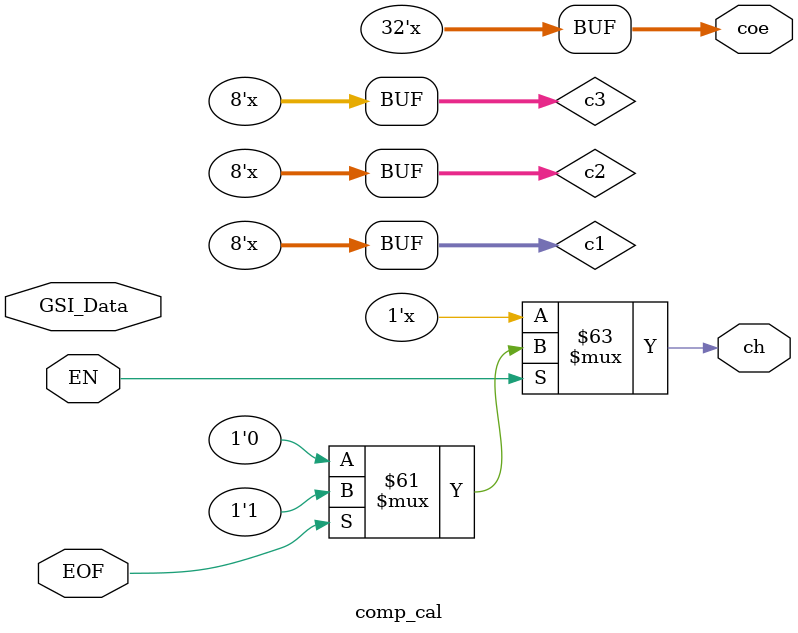
<source format=v>
`timescale 1ns / 1ps

module comp_cal(EN,EOF,GSI_Data,coe,ch);

    input EN,EOF;
    input [7:0] GSI_Data;
    output reg [31:0] coe;
    output reg ch;
    
    parameter size=307200;
    parameter threshold1=245;
    parameter threshold2=235;
    parameter threshold3=225;
    
    reg [7:0] c1,c2,c3;
    
    initial
    begin
        c1=0;
        c2=0;
        c3=0;
    end
    
    always @(*)
    begin
        if(EN)
        begin
            if (EOF)
            begin
                ch<=1;
                c1<=0;
                c2<=0;
                c3<=0;
            end
            else
            begin
                ch<=0;
            end
        end
    end
    
    always @(GSI_Data)
    begin
        if(EN)
        begin
            if(GSI_Data>=threshold1)
                c1<=c1+1;
            else if(GSI_Data>=threshold2)
                c2<=c2+1;
            else if(GSI_Data>=threshold3)
                c3<=c3+1;
        end
    end
    
    always @(GSI_Data)
    begin
        if (EOF)
        begin
            coe<=(c1*250+c2*240+c3*230)*65535/(c1+c2+c3);
        end
    end
    
endmodule
</source>
